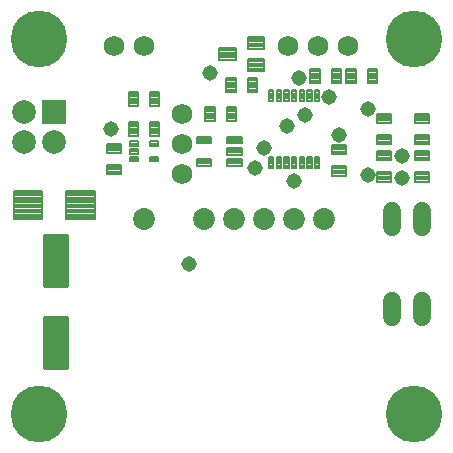
<source format=gts>
G75*
G70*
%OFA0B0*%
%FSLAX24Y24*%
%IPPOS*%
%LPD*%
%AMOC8*
5,1,8,0,0,1.08239X$1,22.5*
%
%ADD10C,0.0080*%
%ADD11C,0.0081*%
%ADD12C,0.0081*%
%ADD13C,0.0081*%
%ADD14C,0.0600*%
%ADD15C,0.0084*%
%ADD16C,0.0082*%
%ADD17C,0.0083*%
%ADD18C,0.0680*%
%ADD19C,0.0730*%
%ADD20R,0.0789X0.0789*%
%ADD21C,0.0789*%
%ADD22C,0.0516*%
%ADD23C,0.1890*%
D10*
X007156Y009619D02*
X007156Y009835D01*
X007156Y009619D02*
X006684Y009619D01*
X006684Y009835D01*
X007156Y009835D01*
X007156Y009698D02*
X006684Y009698D01*
X006684Y009777D02*
X007156Y009777D01*
X007156Y010367D02*
X007156Y010583D01*
X007156Y010367D02*
X006684Y010367D01*
X006684Y010583D01*
X007156Y010583D01*
X007156Y010446D02*
X006684Y010446D01*
X006684Y010525D02*
X007156Y010525D01*
X008179Y010583D02*
X008179Y010367D01*
X007707Y010367D01*
X007707Y010583D01*
X008179Y010583D01*
X008179Y010446D02*
X007707Y010446D01*
X007707Y010525D02*
X008179Y010525D01*
X008179Y010209D02*
X008179Y009993D01*
X007707Y009993D01*
X007707Y010209D01*
X008179Y010209D01*
X008179Y010072D02*
X007707Y010072D01*
X007707Y010151D02*
X008179Y010151D01*
X008179Y009835D02*
X008179Y009619D01*
X007707Y009619D01*
X007707Y009835D01*
X008179Y009835D01*
X008179Y009698D02*
X007707Y009698D01*
X007707Y009777D02*
X008179Y009777D01*
D11*
X009233Y009896D02*
X009233Y009542D01*
X009095Y009542D01*
X009095Y009896D01*
X009233Y009896D01*
X009233Y009622D02*
X009095Y009622D01*
X009095Y009702D02*
X009233Y009702D01*
X009233Y009782D02*
X009095Y009782D01*
X009095Y009862D02*
X009233Y009862D01*
X009489Y009896D02*
X009489Y009542D01*
X009351Y009542D01*
X009351Y009896D01*
X009489Y009896D01*
X009489Y009622D02*
X009351Y009622D01*
X009351Y009702D02*
X009489Y009702D01*
X009489Y009782D02*
X009351Y009782D01*
X009351Y009862D02*
X009489Y009862D01*
X009745Y009896D02*
X009745Y009542D01*
X009607Y009542D01*
X009607Y009896D01*
X009745Y009896D01*
X009745Y009622D02*
X009607Y009622D01*
X009607Y009702D02*
X009745Y009702D01*
X009745Y009782D02*
X009607Y009782D01*
X009607Y009862D02*
X009745Y009862D01*
X010000Y009896D02*
X010000Y009542D01*
X009862Y009542D01*
X009862Y009896D01*
X010000Y009896D01*
X010000Y009622D02*
X009862Y009622D01*
X009862Y009702D02*
X010000Y009702D01*
X010000Y009782D02*
X009862Y009782D01*
X009862Y009862D02*
X010000Y009862D01*
X010256Y009896D02*
X010256Y009542D01*
X010118Y009542D01*
X010118Y009896D01*
X010256Y009896D01*
X010256Y009622D02*
X010118Y009622D01*
X010118Y009702D02*
X010256Y009702D01*
X010256Y009782D02*
X010118Y009782D01*
X010118Y009862D02*
X010256Y009862D01*
X010512Y009896D02*
X010512Y009542D01*
X010374Y009542D01*
X010374Y009896D01*
X010512Y009896D01*
X010512Y009622D02*
X010374Y009622D01*
X010374Y009702D02*
X010512Y009702D01*
X010512Y009782D02*
X010374Y009782D01*
X010374Y009862D02*
X010512Y009862D01*
X010768Y009896D02*
X010768Y009542D01*
X010630Y009542D01*
X010630Y009896D01*
X010768Y009896D01*
X010768Y009622D02*
X010630Y009622D01*
X010630Y009702D02*
X010768Y009702D01*
X010768Y009782D02*
X010630Y009782D01*
X010630Y009862D02*
X010768Y009862D01*
X010768Y011786D02*
X010768Y012140D01*
X010768Y011786D02*
X010630Y011786D01*
X010630Y012140D01*
X010768Y012140D01*
X010768Y011866D02*
X010630Y011866D01*
X010630Y011946D02*
X010768Y011946D01*
X010768Y012026D02*
X010630Y012026D01*
X010630Y012106D02*
X010768Y012106D01*
X010512Y012140D02*
X010512Y011786D01*
X010374Y011786D01*
X010374Y012140D01*
X010512Y012140D01*
X010512Y011866D02*
X010374Y011866D01*
X010374Y011946D02*
X010512Y011946D01*
X010512Y012026D02*
X010374Y012026D01*
X010374Y012106D02*
X010512Y012106D01*
X010256Y012140D02*
X010256Y011786D01*
X010118Y011786D01*
X010118Y012140D01*
X010256Y012140D01*
X010256Y011866D02*
X010118Y011866D01*
X010118Y011946D02*
X010256Y011946D01*
X010256Y012026D02*
X010118Y012026D01*
X010118Y012106D02*
X010256Y012106D01*
X010000Y012140D02*
X010000Y011786D01*
X009862Y011786D01*
X009862Y012140D01*
X010000Y012140D01*
X010000Y011866D02*
X009862Y011866D01*
X009862Y011946D02*
X010000Y011946D01*
X010000Y012026D02*
X009862Y012026D01*
X009862Y012106D02*
X010000Y012106D01*
X009745Y012140D02*
X009745Y011786D01*
X009607Y011786D01*
X009607Y012140D01*
X009745Y012140D01*
X009745Y011866D02*
X009607Y011866D01*
X009607Y011946D02*
X009745Y011946D01*
X009745Y012026D02*
X009607Y012026D01*
X009607Y012106D02*
X009745Y012106D01*
X009489Y012140D02*
X009489Y011786D01*
X009351Y011786D01*
X009351Y012140D01*
X009489Y012140D01*
X009489Y011866D02*
X009351Y011866D01*
X009351Y011946D02*
X009489Y011946D01*
X009489Y012026D02*
X009351Y012026D01*
X009351Y012106D02*
X009489Y012106D01*
X009233Y012140D02*
X009233Y011786D01*
X009095Y011786D01*
X009095Y012140D01*
X009233Y012140D01*
X009233Y011866D02*
X009095Y011866D01*
X009095Y011946D02*
X009233Y011946D01*
X009233Y012026D02*
X009095Y012026D01*
X009095Y012106D02*
X009233Y012106D01*
D12*
X005128Y010435D02*
X005128Y010279D01*
X005128Y010435D02*
X005404Y010435D01*
X005404Y010279D01*
X005128Y010279D01*
X005128Y010359D02*
X005404Y010359D01*
X005128Y009923D02*
X005128Y009767D01*
X005128Y009923D02*
X005404Y009923D01*
X005404Y009767D01*
X005128Y009767D01*
X005128Y009847D02*
X005404Y009847D01*
X004459Y009767D02*
X004459Y009923D01*
X004735Y009923D01*
X004735Y009767D01*
X004459Y009767D01*
X004459Y009847D02*
X004735Y009847D01*
X004459Y010023D02*
X004459Y010179D01*
X004735Y010179D01*
X004735Y010023D01*
X004459Y010023D01*
X004459Y010103D02*
X004735Y010103D01*
X004459Y010279D02*
X004459Y010435D01*
X004735Y010435D01*
X004735Y010279D01*
X004459Y010279D01*
X004459Y010359D02*
X004735Y010359D01*
D13*
X007984Y013154D02*
X007984Y013548D01*
X007984Y013154D02*
X007434Y013154D01*
X007434Y013548D01*
X007984Y013548D01*
X007984Y013234D02*
X007434Y013234D01*
X007434Y013314D02*
X007984Y013314D01*
X007984Y013394D02*
X007434Y013394D01*
X007434Y013474D02*
X007984Y013474D01*
X008929Y013528D02*
X008929Y013922D01*
X008929Y013528D02*
X008379Y013528D01*
X008379Y013922D01*
X008929Y013922D01*
X008929Y013608D02*
X008379Y013608D01*
X008379Y013688D02*
X008929Y013688D01*
X008929Y013768D02*
X008379Y013768D01*
X008379Y013848D02*
X008929Y013848D01*
X008929Y013174D02*
X008929Y012780D01*
X008379Y012780D01*
X008379Y013174D01*
X008929Y013174D01*
X008929Y012860D02*
X008379Y012860D01*
X008379Y012940D02*
X008929Y012940D01*
X008929Y013020D02*
X008379Y013020D01*
X008379Y013100D02*
X008929Y013100D01*
D14*
X013181Y008111D02*
X013181Y007591D01*
X014181Y007591D02*
X014181Y008111D01*
X014181Y005111D02*
X014181Y004591D01*
X013181Y004591D02*
X013181Y005111D01*
D15*
X002359Y005628D02*
X002359Y007324D01*
X002359Y005628D02*
X001603Y005628D01*
X001603Y007324D01*
X002359Y007324D01*
X002359Y005711D02*
X001603Y005711D01*
X001603Y005794D02*
X002359Y005794D01*
X002359Y005877D02*
X001603Y005877D01*
X001603Y005960D02*
X002359Y005960D01*
X002359Y006043D02*
X001603Y006043D01*
X001603Y006126D02*
X002359Y006126D01*
X002359Y006209D02*
X001603Y006209D01*
X001603Y006292D02*
X002359Y006292D01*
X002359Y006375D02*
X001603Y006375D01*
X001603Y006458D02*
X002359Y006458D01*
X002359Y006541D02*
X001603Y006541D01*
X001603Y006624D02*
X002359Y006624D01*
X002359Y006707D02*
X001603Y006707D01*
X001603Y006790D02*
X002359Y006790D01*
X002359Y006873D02*
X001603Y006873D01*
X001603Y006956D02*
X002359Y006956D01*
X002359Y007039D02*
X001603Y007039D01*
X001603Y007122D02*
X002359Y007122D01*
X002359Y007205D02*
X001603Y007205D01*
X001603Y007288D02*
X002359Y007288D01*
X002359Y004574D02*
X002359Y002878D01*
X001603Y002878D01*
X001603Y004574D01*
X002359Y004574D01*
X002359Y002961D02*
X001603Y002961D01*
X001603Y003044D02*
X002359Y003044D01*
X002359Y003127D02*
X001603Y003127D01*
X001603Y003210D02*
X002359Y003210D01*
X002359Y003293D02*
X001603Y003293D01*
X001603Y003376D02*
X002359Y003376D01*
X002359Y003459D02*
X001603Y003459D01*
X001603Y003542D02*
X002359Y003542D01*
X002359Y003625D02*
X001603Y003625D01*
X001603Y003708D02*
X002359Y003708D01*
X002359Y003791D02*
X001603Y003791D01*
X001603Y003874D02*
X002359Y003874D01*
X002359Y003957D02*
X001603Y003957D01*
X001603Y004040D02*
X002359Y004040D01*
X002359Y004123D02*
X001603Y004123D01*
X001603Y004206D02*
X002359Y004206D01*
X002359Y004289D02*
X001603Y004289D01*
X001603Y004372D02*
X002359Y004372D01*
X002359Y004455D02*
X001603Y004455D01*
X001603Y004538D02*
X002359Y004538D01*
D16*
X002335Y007830D02*
X003277Y007830D01*
X002335Y007830D02*
X002335Y008772D01*
X003277Y008772D01*
X003277Y007830D01*
X003277Y007911D02*
X002335Y007911D01*
X002335Y007992D02*
X003277Y007992D01*
X003277Y008073D02*
X002335Y008073D01*
X002335Y008154D02*
X003277Y008154D01*
X003277Y008235D02*
X002335Y008235D01*
X002335Y008316D02*
X003277Y008316D01*
X003277Y008397D02*
X002335Y008397D01*
X002335Y008478D02*
X003277Y008478D01*
X003277Y008559D02*
X002335Y008559D01*
X002335Y008640D02*
X003277Y008640D01*
X003277Y008721D02*
X002335Y008721D01*
X001527Y007830D02*
X000585Y007830D01*
X000585Y008772D01*
X001527Y008772D01*
X001527Y007830D01*
X001527Y007911D02*
X000585Y007911D01*
X000585Y007992D02*
X001527Y007992D01*
X001527Y008073D02*
X000585Y008073D01*
X000585Y008154D02*
X001527Y008154D01*
X001527Y008235D02*
X000585Y008235D01*
X000585Y008316D02*
X001527Y008316D01*
X001527Y008397D02*
X000585Y008397D01*
X000585Y008478D02*
X001527Y008478D01*
X001527Y008559D02*
X000585Y008559D01*
X000585Y008640D02*
X001527Y008640D01*
X001527Y008721D02*
X000585Y008721D01*
D17*
X004166Y009340D02*
X004166Y009652D01*
X004166Y009340D02*
X003696Y009340D01*
X003696Y009652D01*
X004166Y009652D01*
X004166Y009422D02*
X003696Y009422D01*
X003696Y009504D02*
X004166Y009504D01*
X004166Y009586D02*
X003696Y009586D01*
X004166Y010049D02*
X004166Y010361D01*
X004166Y010049D02*
X003696Y010049D01*
X003696Y010361D01*
X004166Y010361D01*
X004166Y010131D02*
X003696Y010131D01*
X003696Y010213D02*
X004166Y010213D01*
X004166Y010295D02*
X003696Y010295D01*
X004421Y011086D02*
X004733Y011086D01*
X004733Y010616D01*
X004421Y010616D01*
X004421Y011086D01*
X004421Y010698D02*
X004733Y010698D01*
X004733Y010780D02*
X004421Y010780D01*
X004421Y010862D02*
X004733Y010862D01*
X004733Y010944D02*
X004421Y010944D01*
X004421Y011026D02*
X004733Y011026D01*
X005130Y011086D02*
X005442Y011086D01*
X005442Y010616D01*
X005130Y010616D01*
X005130Y011086D01*
X005130Y010698D02*
X005442Y010698D01*
X005442Y010780D02*
X005130Y010780D01*
X005130Y010862D02*
X005442Y010862D01*
X005442Y010944D02*
X005130Y010944D01*
X005130Y011026D02*
X005442Y011026D01*
X005442Y011616D02*
X005130Y011616D01*
X005130Y012086D01*
X005442Y012086D01*
X005442Y011616D01*
X005442Y011698D02*
X005130Y011698D01*
X005130Y011780D02*
X005442Y011780D01*
X005442Y011862D02*
X005130Y011862D01*
X005130Y011944D02*
X005442Y011944D01*
X005442Y012026D02*
X005130Y012026D01*
X004733Y011616D02*
X004421Y011616D01*
X004421Y012086D01*
X004733Y012086D01*
X004733Y011616D01*
X004733Y011698D02*
X004421Y011698D01*
X004421Y011780D02*
X004733Y011780D01*
X004733Y011862D02*
X004421Y011862D01*
X004421Y011944D02*
X004733Y011944D01*
X004733Y012026D02*
X004421Y012026D01*
X006971Y011586D02*
X007283Y011586D01*
X007283Y011116D01*
X006971Y011116D01*
X006971Y011586D01*
X006971Y011198D02*
X007283Y011198D01*
X007283Y011280D02*
X006971Y011280D01*
X006971Y011362D02*
X007283Y011362D01*
X007283Y011444D02*
X006971Y011444D01*
X006971Y011526D02*
X007283Y011526D01*
X007680Y011586D02*
X007992Y011586D01*
X007992Y011116D01*
X007680Y011116D01*
X007680Y011586D01*
X007680Y011198D02*
X007992Y011198D01*
X007992Y011280D02*
X007680Y011280D01*
X007680Y011362D02*
X007992Y011362D01*
X007992Y011444D02*
X007680Y011444D01*
X007680Y011526D02*
X007992Y011526D01*
X007983Y012536D02*
X007671Y012536D01*
X007983Y012536D02*
X007983Y012066D01*
X007671Y012066D01*
X007671Y012536D01*
X007671Y012148D02*
X007983Y012148D01*
X007983Y012230D02*
X007671Y012230D01*
X007671Y012312D02*
X007983Y012312D01*
X007983Y012394D02*
X007671Y012394D01*
X007671Y012476D02*
X007983Y012476D01*
X008380Y012536D02*
X008692Y012536D01*
X008692Y012066D01*
X008380Y012066D01*
X008380Y012536D01*
X008380Y012148D02*
X008692Y012148D01*
X008692Y012230D02*
X008380Y012230D01*
X008380Y012312D02*
X008692Y012312D01*
X008692Y012394D02*
X008380Y012394D01*
X008380Y012476D02*
X008692Y012476D01*
X010471Y012366D02*
X010783Y012366D01*
X010471Y012366D02*
X010471Y012836D01*
X010783Y012836D01*
X010783Y012366D01*
X010783Y012448D02*
X010471Y012448D01*
X010471Y012530D02*
X010783Y012530D01*
X010783Y012612D02*
X010471Y012612D01*
X010471Y012694D02*
X010783Y012694D01*
X010783Y012776D02*
X010471Y012776D01*
X011180Y012366D02*
X011492Y012366D01*
X011180Y012366D02*
X011180Y012836D01*
X011492Y012836D01*
X011492Y012366D01*
X011492Y012448D02*
X011180Y012448D01*
X011180Y012530D02*
X011492Y012530D01*
X011492Y012612D02*
X011180Y012612D01*
X011180Y012694D02*
X011492Y012694D01*
X011492Y012776D02*
X011180Y012776D01*
X011671Y012836D02*
X011983Y012836D01*
X011983Y012366D01*
X011671Y012366D01*
X011671Y012836D01*
X011671Y012448D02*
X011983Y012448D01*
X011983Y012530D02*
X011671Y012530D01*
X011671Y012612D02*
X011983Y012612D01*
X011983Y012694D02*
X011671Y012694D01*
X011671Y012776D02*
X011983Y012776D01*
X012380Y012836D02*
X012692Y012836D01*
X012692Y012366D01*
X012380Y012366D01*
X012380Y012836D01*
X012380Y012448D02*
X012692Y012448D01*
X012692Y012530D02*
X012380Y012530D01*
X012380Y012612D02*
X012692Y012612D01*
X012692Y012694D02*
X012380Y012694D01*
X012380Y012776D02*
X012692Y012776D01*
X012696Y011361D02*
X012696Y011049D01*
X012696Y011361D02*
X013166Y011361D01*
X013166Y011049D01*
X012696Y011049D01*
X012696Y011131D02*
X013166Y011131D01*
X013166Y011213D02*
X012696Y011213D01*
X012696Y011295D02*
X013166Y011295D01*
X012696Y010652D02*
X012696Y010340D01*
X012696Y010652D02*
X013166Y010652D01*
X013166Y010340D01*
X012696Y010340D01*
X012696Y010422D02*
X013166Y010422D01*
X013166Y010504D02*
X012696Y010504D01*
X012696Y010586D02*
X013166Y010586D01*
X012696Y010111D02*
X012696Y009799D01*
X012696Y010111D02*
X013166Y010111D01*
X013166Y009799D01*
X012696Y009799D01*
X012696Y009881D02*
X013166Y009881D01*
X013166Y009963D02*
X012696Y009963D01*
X012696Y010045D02*
X013166Y010045D01*
X012696Y009402D02*
X012696Y009090D01*
X012696Y009402D02*
X013166Y009402D01*
X013166Y009090D01*
X012696Y009090D01*
X012696Y009172D02*
X013166Y009172D01*
X013166Y009254D02*
X012696Y009254D01*
X012696Y009336D02*
X013166Y009336D01*
X013946Y009402D02*
X013946Y009090D01*
X013946Y009402D02*
X014416Y009402D01*
X014416Y009090D01*
X013946Y009090D01*
X013946Y009172D02*
X014416Y009172D01*
X014416Y009254D02*
X013946Y009254D01*
X013946Y009336D02*
X014416Y009336D01*
X013946Y009799D02*
X013946Y010111D01*
X014416Y010111D01*
X014416Y009799D01*
X013946Y009799D01*
X013946Y009881D02*
X014416Y009881D01*
X014416Y009963D02*
X013946Y009963D01*
X013946Y010045D02*
X014416Y010045D01*
X013946Y010340D02*
X013946Y010652D01*
X014416Y010652D01*
X014416Y010340D01*
X013946Y010340D01*
X013946Y010422D02*
X014416Y010422D01*
X014416Y010504D02*
X013946Y010504D01*
X013946Y010586D02*
X014416Y010586D01*
X013946Y011049D02*
X013946Y011361D01*
X014416Y011361D01*
X014416Y011049D01*
X013946Y011049D01*
X013946Y011131D02*
X014416Y011131D01*
X014416Y011213D02*
X013946Y011213D01*
X013946Y011295D02*
X014416Y011295D01*
X011666Y010311D02*
X011666Y009999D01*
X011196Y009999D01*
X011196Y010311D01*
X011666Y010311D01*
X011666Y010081D02*
X011196Y010081D01*
X011196Y010163D02*
X011666Y010163D01*
X011666Y010245D02*
X011196Y010245D01*
X011666Y009602D02*
X011666Y009290D01*
X011196Y009290D01*
X011196Y009602D01*
X011666Y009602D01*
X011666Y009372D02*
X011196Y009372D01*
X011196Y009454D02*
X011666Y009454D01*
X011666Y009536D02*
X011196Y009536D01*
D18*
X010731Y013601D03*
X011731Y013601D03*
X009731Y013601D03*
X006181Y011351D03*
X006181Y010351D03*
X006181Y009351D03*
X004931Y013601D03*
X003931Y013601D03*
D19*
X004931Y007851D03*
X006931Y007851D03*
X007931Y007851D03*
X008931Y007851D03*
X009931Y007851D03*
X010931Y007851D03*
D20*
X001931Y011401D03*
D21*
X000931Y011401D03*
X000931Y010401D03*
X001931Y010401D03*
D22*
X003831Y010851D03*
X007131Y012701D03*
X008931Y010201D03*
X008631Y009551D03*
X009931Y009101D03*
X011431Y010651D03*
X012381Y011501D03*
X011081Y011901D03*
X010281Y011301D03*
X009681Y010951D03*
X010081Y012551D03*
X012381Y009301D03*
X013531Y009201D03*
X013531Y009951D03*
X006431Y006351D03*
D23*
X001431Y001351D03*
X013931Y001351D03*
X013931Y013851D03*
X001431Y013851D03*
M02*

</source>
